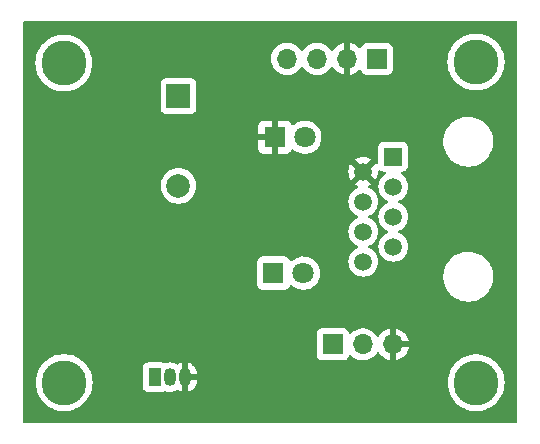
<source format=gbr>
%TF.GenerationSoftware,KiCad,Pcbnew,(6.0.8)*%
%TF.CreationDate,2022-10-29T21:58:50-05:00*%
%TF.ProjectId,SE,53452e6b-6963-4616-945f-706362585858,rev?*%
%TF.SameCoordinates,Original*%
%TF.FileFunction,Copper,L2,Bot*%
%TF.FilePolarity,Positive*%
%FSLAX46Y46*%
G04 Gerber Fmt 4.6, Leading zero omitted, Abs format (unit mm)*
G04 Created by KiCad (PCBNEW (6.0.8)) date 2022-10-29 21:58:50*
%MOMM*%
%LPD*%
G01*
G04 APERTURE LIST*
%TA.AperFunction,ComponentPad*%
%ADD10R,2.000000X2.000000*%
%TD*%
%TA.AperFunction,ComponentPad*%
%ADD11C,2.000000*%
%TD*%
%TA.AperFunction,ComponentPad*%
%ADD12R,1.700000X1.700000*%
%TD*%
%TA.AperFunction,ComponentPad*%
%ADD13O,1.700000X1.700000*%
%TD*%
%TA.AperFunction,ComponentPad*%
%ADD14C,3.800000*%
%TD*%
%TA.AperFunction,ComponentPad*%
%ADD15R,1.800000X1.800000*%
%TD*%
%TA.AperFunction,ComponentPad*%
%ADD16C,1.800000*%
%TD*%
%TA.AperFunction,ComponentPad*%
%ADD17R,1.500000X1.500000*%
%TD*%
%TA.AperFunction,ComponentPad*%
%ADD18C,1.500000*%
%TD*%
%TA.AperFunction,ComponentPad*%
%ADD19R,1.050000X1.500000*%
%TD*%
%TA.AperFunction,ComponentPad*%
%ADD20O,1.050000X1.500000*%
%TD*%
G04 APERTURE END LIST*
D10*
%TO.P,BZ1,1,-*%
%TO.N,+3.3V*%
X50440000Y-41960000D03*
D11*
%TO.P,BZ1,2,+*%
%TO.N,Net-(BZ1-Pad2)*%
X50440000Y-49560000D03*
%TD*%
D12*
%TO.P,J3,1,Pin_1*%
%TO.N,Botones*%
X63505000Y-62980000D03*
D13*
%TO.P,J3,2,Pin_2*%
%TO.N,+3.3V*%
X66045000Y-62980000D03*
%TO.P,J3,3,Pin_3*%
%TO.N,GND*%
X68585000Y-62980000D03*
%TD*%
D14*
%TO.P,REF\u002A\u002A,1*%
%TO.N,N/C*%
X40760000Y-66210000D03*
%TD*%
%TO.P,REF\u002A\u002A,1*%
%TO.N,N/C*%
X40730000Y-39160000D03*
%TD*%
D15*
%TO.P,D1,1,K*%
%TO.N,GND*%
X58595000Y-45440000D03*
D16*
%TO.P,D1,2,A*%
%TO.N,Net-(D1-Pad2)*%
X61135000Y-45440000D03*
%TD*%
D14*
%TO.P,REF\u002A\u002A,1*%
%TO.N,N/C*%
X75630000Y-39070000D03*
%TD*%
D15*
%TO.P,D4,1,K*%
%TO.N,Net-(BZ1-Pad2)*%
X58485000Y-56950000D03*
D16*
%TO.P,D4,2,A*%
%TO.N,Net-(D4-Pad2)*%
X61025000Y-56950000D03*
%TD*%
D14*
%TO.P,REF\u002A\u002A,1*%
%TO.N,N/C*%
X75640000Y-66220000D03*
%TD*%
D17*
%TO.P,J1,1*%
%TO.N,+3.3V*%
X68620000Y-47087500D03*
D18*
%TO.P,J1,2*%
%TO.N,GND*%
X66080000Y-48357500D03*
%TO.P,J1,3*%
%TO.N,SDA*%
X68620000Y-49627500D03*
%TO.P,J1,4*%
%TO.N,SCL*%
X66080000Y-50897500D03*
%TO.P,J1,5*%
%TO.N,Botones*%
X68620000Y-52167500D03*
%TO.P,J1,6*%
%TO.N,Led_Verde*%
X66080000Y-53437500D03*
%TO.P,J1,7*%
%TO.N,Buzzer*%
X68620000Y-54707500D03*
%TO.P,J1,8*%
%TO.N,unconnected-(J1-Pad8)*%
X66080000Y-55977500D03*
%TD*%
D19*
%TO.P,Q4,1,C*%
%TO.N,Net-(BZ1-Pad2)*%
X48440000Y-65770000D03*
D20*
%TO.P,Q4,2,B*%
%TO.N,Net-(Q4-Pad2)*%
X49710000Y-65770000D03*
%TO.P,Q4,3,E*%
%TO.N,GND*%
X50980000Y-65770000D03*
%TD*%
D12*
%TO.P,J2,1,Pin_1*%
%TO.N,+3.3V*%
X67240000Y-38810000D03*
D13*
%TO.P,J2,2,Pin_2*%
%TO.N,GND*%
X64700000Y-38810000D03*
%TO.P,J2,3,Pin_3*%
%TO.N,SCL*%
X62160000Y-38810000D03*
%TO.P,J2,4,Pin_4*%
%TO.N,SDA*%
X59620000Y-38810000D03*
%TD*%
%TA.AperFunction,Conductor*%
%TO.N,GND*%
G36*
X79073621Y-35608502D02*
G01*
X79120114Y-35662158D01*
X79131500Y-35714500D01*
X79131500Y-69545500D01*
X79111498Y-69613621D01*
X79057842Y-69660114D01*
X79005500Y-69671500D01*
X37394500Y-69671500D01*
X37326379Y-69651498D01*
X37279886Y-69597842D01*
X37268500Y-69545500D01*
X37268500Y-66210000D01*
X38346738Y-66210000D01*
X38365767Y-66512462D01*
X38422555Y-66810154D01*
X38423782Y-66813930D01*
X38491583Y-67022598D01*
X38516206Y-67098381D01*
X38517893Y-67101967D01*
X38517895Y-67101971D01*
X38522601Y-67111971D01*
X38645242Y-67372598D01*
X38807630Y-67628480D01*
X38810149Y-67631525D01*
X38810152Y-67631529D01*
X38818425Y-67641529D01*
X39000808Y-67861992D01*
X39221729Y-68069450D01*
X39466910Y-68247584D01*
X39470379Y-68249491D01*
X39470382Y-68249493D01*
X39488572Y-68259493D01*
X39732483Y-68393585D01*
X39736152Y-68395038D01*
X39736157Y-68395040D01*
X40010591Y-68503696D01*
X40014261Y-68505149D01*
X40307800Y-68580516D01*
X40608470Y-68618500D01*
X40911530Y-68618500D01*
X41212200Y-68580516D01*
X41505739Y-68505149D01*
X41509409Y-68503696D01*
X41783843Y-68395040D01*
X41783848Y-68395038D01*
X41787517Y-68393585D01*
X42031428Y-68259493D01*
X42049618Y-68249493D01*
X42049621Y-68249491D01*
X42053090Y-68247584D01*
X42298271Y-68069450D01*
X42519192Y-67861992D01*
X42701575Y-67641529D01*
X42709848Y-67631529D01*
X42709851Y-67631525D01*
X42712370Y-67628480D01*
X42874758Y-67372598D01*
X42997399Y-67111971D01*
X43002105Y-67101971D01*
X43002107Y-67101967D01*
X43003794Y-67098381D01*
X43028418Y-67022598D01*
X43096218Y-66813930D01*
X43097445Y-66810154D01*
X43143613Y-66568134D01*
X47406500Y-66568134D01*
X47413255Y-66630316D01*
X47464385Y-66766705D01*
X47551739Y-66883261D01*
X47668295Y-66970615D01*
X47804684Y-67021745D01*
X47866866Y-67028500D01*
X49013134Y-67028500D01*
X49075316Y-67021745D01*
X49116623Y-67006260D01*
X49203296Y-66973768D01*
X49203299Y-66973766D01*
X49211705Y-66970615D01*
X49218894Y-66965227D01*
X49219137Y-66965094D01*
X49288494Y-66949924D01*
X49316907Y-66955248D01*
X49501180Y-67012290D01*
X49507305Y-67012934D01*
X49507306Y-67012934D01*
X49696622Y-67032832D01*
X49696623Y-67032832D01*
X49702750Y-67033476D01*
X49786014Y-67025898D01*
X49898457Y-67015665D01*
X49898460Y-67015664D01*
X49904596Y-67015106D01*
X49910502Y-67013368D01*
X49910506Y-67013367D01*
X50093120Y-66959620D01*
X50093119Y-66959620D01*
X50099029Y-66957881D01*
X50104486Y-66955028D01*
X50104489Y-66955027D01*
X50273181Y-66866838D01*
X50273185Y-66866835D01*
X50278645Y-66863981D01*
X50278897Y-66863779D01*
X50344912Y-66843799D01*
X50405885Y-66858959D01*
X50572342Y-66948962D01*
X50583647Y-66953714D01*
X50708692Y-66992422D01*
X50722795Y-66992628D01*
X50726000Y-66985873D01*
X50726000Y-66978986D01*
X51234000Y-66978986D01*
X51237973Y-66992517D01*
X51245768Y-66993637D01*
X51362932Y-66959154D01*
X51374300Y-66954561D01*
X51542911Y-66866414D01*
X51553173Y-66859698D01*
X51701443Y-66740485D01*
X51710213Y-66731897D01*
X51832499Y-66586162D01*
X51839437Y-66576031D01*
X51931094Y-66409308D01*
X51935924Y-66398038D01*
X51992400Y-66220000D01*
X73226738Y-66220000D01*
X73245767Y-66522462D01*
X73302555Y-66820154D01*
X73396206Y-67108381D01*
X73525242Y-67382598D01*
X73687630Y-67638480D01*
X73880808Y-67871992D01*
X74101729Y-68079450D01*
X74346910Y-68257584D01*
X74612483Y-68403585D01*
X74616152Y-68405038D01*
X74616157Y-68405040D01*
X74890591Y-68513696D01*
X74894261Y-68515149D01*
X75187800Y-68590516D01*
X75488470Y-68628500D01*
X75791530Y-68628500D01*
X76092200Y-68590516D01*
X76385739Y-68515149D01*
X76389409Y-68513696D01*
X76663843Y-68405040D01*
X76663848Y-68405038D01*
X76667517Y-68403585D01*
X76933090Y-68257584D01*
X77178271Y-68079450D01*
X77399192Y-67871992D01*
X77592370Y-67638480D01*
X77754758Y-67382598D01*
X77883794Y-67108381D01*
X77977445Y-66820154D01*
X78034233Y-66522462D01*
X78053262Y-66220000D01*
X78034233Y-65917538D01*
X77977445Y-65619846D01*
X77883794Y-65331619D01*
X77879089Y-65321619D01*
X77756445Y-65060988D01*
X77754758Y-65057402D01*
X77592370Y-64801520D01*
X77584098Y-64791520D01*
X77505209Y-64696161D01*
X77399192Y-64568008D01*
X77178271Y-64360550D01*
X76933090Y-64182416D01*
X76914901Y-64172416D01*
X76670986Y-64038322D01*
X76670985Y-64038321D01*
X76667517Y-64036415D01*
X76663848Y-64034962D01*
X76663843Y-64034960D01*
X76389409Y-63926304D01*
X76389408Y-63926304D01*
X76385739Y-63924851D01*
X76092200Y-63849484D01*
X75791530Y-63811500D01*
X75488470Y-63811500D01*
X75187800Y-63849484D01*
X74894261Y-63924851D01*
X74890592Y-63926304D01*
X74890591Y-63926304D01*
X74616157Y-64034960D01*
X74616152Y-64034962D01*
X74612483Y-64036415D01*
X74609015Y-64038321D01*
X74609014Y-64038322D01*
X74365100Y-64172416D01*
X74346910Y-64182416D01*
X74101729Y-64360550D01*
X73880808Y-64568008D01*
X73774791Y-64696161D01*
X73695903Y-64791520D01*
X73687630Y-64801520D01*
X73525242Y-65057402D01*
X73523555Y-65060988D01*
X73400912Y-65321619D01*
X73396206Y-65331619D01*
X73302555Y-65619846D01*
X73245767Y-65917538D01*
X73226738Y-66220000D01*
X51992400Y-66220000D01*
X51993452Y-66216685D01*
X51996002Y-66204691D01*
X52012607Y-66056650D01*
X52013000Y-66049626D01*
X52013000Y-66042115D01*
X52008525Y-66026876D01*
X52007135Y-66025671D01*
X51999452Y-66024000D01*
X51252115Y-66024000D01*
X51236876Y-66028475D01*
X51235671Y-66029865D01*
X51234000Y-66037548D01*
X51234000Y-66978986D01*
X50726000Y-66978986D01*
X50726000Y-66216242D01*
X50726785Y-66202197D01*
X50743107Y-66056683D01*
X50743500Y-66053183D01*
X50743500Y-65497885D01*
X51234000Y-65497885D01*
X51238475Y-65513124D01*
X51239865Y-65514329D01*
X51247548Y-65516000D01*
X51994885Y-65516000D01*
X52010124Y-65511525D01*
X52011329Y-65510135D01*
X52013000Y-65502452D01*
X52013000Y-65497110D01*
X52012700Y-65490965D01*
X51998830Y-65349519D01*
X51996447Y-65337481D01*
X51941458Y-65155349D01*
X51936783Y-65144007D01*
X51847465Y-64976023D01*
X51840678Y-64965807D01*
X51720428Y-64818366D01*
X51711784Y-64809662D01*
X51565191Y-64688390D01*
X51555020Y-64681530D01*
X51387658Y-64591038D01*
X51376353Y-64586286D01*
X51251308Y-64547578D01*
X51237205Y-64547372D01*
X51234000Y-64554127D01*
X51234000Y-65497885D01*
X50743500Y-65497885D01*
X50743500Y-65493996D01*
X50728723Y-65343287D01*
X50728032Y-65340998D01*
X50726000Y-65320276D01*
X50726000Y-64561014D01*
X50722027Y-64547483D01*
X50714232Y-64546363D01*
X50597068Y-64580846D01*
X50585700Y-64585439D01*
X50417093Y-64673584D01*
X50414017Y-64675597D01*
X50412178Y-64676154D01*
X50411630Y-64676440D01*
X50411576Y-64676336D01*
X50346064Y-64696161D01*
X50285094Y-64681001D01*
X50253502Y-64663919D01*
X50112435Y-64587644D01*
X49979078Y-64546363D01*
X49924707Y-64529532D01*
X49924704Y-64529531D01*
X49918820Y-64527710D01*
X49912695Y-64527066D01*
X49912694Y-64527066D01*
X49723378Y-64507168D01*
X49723377Y-64507168D01*
X49717250Y-64506524D01*
X49633986Y-64514102D01*
X49521543Y-64524335D01*
X49521540Y-64524336D01*
X49515404Y-64524894D01*
X49509498Y-64526632D01*
X49509494Y-64526633D01*
X49326879Y-64580380D01*
X49326877Y-64580381D01*
X49325493Y-64580788D01*
X49320971Y-64582119D01*
X49320718Y-64581260D01*
X49255338Y-64587714D01*
X49218594Y-64574548D01*
X49211705Y-64569385D01*
X49203304Y-64566236D01*
X49203301Y-64566234D01*
X49091534Y-64524335D01*
X49075316Y-64518255D01*
X49013134Y-64511500D01*
X47866866Y-64511500D01*
X47804684Y-64518255D01*
X47668295Y-64569385D01*
X47551739Y-64656739D01*
X47464385Y-64773295D01*
X47413255Y-64909684D01*
X47406500Y-64971866D01*
X47406500Y-66568134D01*
X43143613Y-66568134D01*
X43154233Y-66512462D01*
X43173262Y-66210000D01*
X43154233Y-65907538D01*
X43097445Y-65609846D01*
X43012859Y-65349519D01*
X43005020Y-65325392D01*
X43005020Y-65325391D01*
X43003794Y-65321619D01*
X42874758Y-65047402D01*
X42712370Y-64791520D01*
X42519192Y-64558008D01*
X42298271Y-64350550D01*
X42053090Y-64172416D01*
X42018088Y-64153173D01*
X41790986Y-64028322D01*
X41790985Y-64028321D01*
X41787517Y-64026415D01*
X41783848Y-64024962D01*
X41783843Y-64024960D01*
X41509409Y-63916304D01*
X41509408Y-63916304D01*
X41505739Y-63914851D01*
X41362734Y-63878134D01*
X62146500Y-63878134D01*
X62153255Y-63940316D01*
X62204385Y-64076705D01*
X62291739Y-64193261D01*
X62408295Y-64280615D01*
X62544684Y-64331745D01*
X62606866Y-64338500D01*
X64403134Y-64338500D01*
X64465316Y-64331745D01*
X64601705Y-64280615D01*
X64718261Y-64193261D01*
X64805615Y-64076705D01*
X64824468Y-64026415D01*
X64849598Y-63959382D01*
X64892240Y-63902618D01*
X64958802Y-63877918D01*
X65028150Y-63893126D01*
X65062817Y-63921114D01*
X65091250Y-63953938D01*
X65263126Y-64096632D01*
X65456000Y-64209338D01*
X65664692Y-64289030D01*
X65669760Y-64290061D01*
X65669763Y-64290062D01*
X65764862Y-64309410D01*
X65883597Y-64333567D01*
X65888772Y-64333757D01*
X65888774Y-64333757D01*
X66101673Y-64341564D01*
X66101677Y-64341564D01*
X66106837Y-64341753D01*
X66111957Y-64341097D01*
X66111959Y-64341097D01*
X66323288Y-64314025D01*
X66323289Y-64314025D01*
X66328416Y-64313368D01*
X66333366Y-64311883D01*
X66537429Y-64250661D01*
X66537434Y-64250659D01*
X66542384Y-64249174D01*
X66742994Y-64150896D01*
X66924860Y-64021173D01*
X67083096Y-63863489D01*
X67099638Y-63840469D01*
X67213453Y-63682077D01*
X67214640Y-63682930D01*
X67261960Y-63639362D01*
X67331897Y-63627145D01*
X67397338Y-63654678D01*
X67425166Y-63686511D01*
X67482694Y-63780388D01*
X67488777Y-63788699D01*
X67628213Y-63949667D01*
X67635580Y-63956883D01*
X67799434Y-64092916D01*
X67807881Y-64098831D01*
X67991756Y-64206279D01*
X68001042Y-64210729D01*
X68200001Y-64286703D01*
X68209899Y-64289579D01*
X68313250Y-64310606D01*
X68327299Y-64309410D01*
X68331000Y-64299065D01*
X68331000Y-64298517D01*
X68839000Y-64298517D01*
X68843064Y-64312359D01*
X68856478Y-64314393D01*
X68863184Y-64313534D01*
X68873262Y-64311392D01*
X69077255Y-64250191D01*
X69086842Y-64246433D01*
X69278095Y-64152739D01*
X69286945Y-64147464D01*
X69460328Y-64023792D01*
X69468200Y-64017139D01*
X69619052Y-63866812D01*
X69625730Y-63858965D01*
X69750003Y-63686020D01*
X69755313Y-63677183D01*
X69849670Y-63486267D01*
X69853469Y-63476672D01*
X69915377Y-63272910D01*
X69917555Y-63262837D01*
X69918986Y-63251962D01*
X69916775Y-63237778D01*
X69903617Y-63234000D01*
X68857115Y-63234000D01*
X68841876Y-63238475D01*
X68840671Y-63239865D01*
X68839000Y-63247548D01*
X68839000Y-64298517D01*
X68331000Y-64298517D01*
X68331000Y-62707885D01*
X68839000Y-62707885D01*
X68843475Y-62723124D01*
X68844865Y-62724329D01*
X68852548Y-62726000D01*
X69903344Y-62726000D01*
X69916875Y-62722027D01*
X69918180Y-62712947D01*
X69876214Y-62545875D01*
X69872894Y-62536124D01*
X69787972Y-62340814D01*
X69783105Y-62331739D01*
X69667426Y-62152926D01*
X69661136Y-62144757D01*
X69517806Y-61987240D01*
X69510273Y-61980215D01*
X69343139Y-61848222D01*
X69334552Y-61842517D01*
X69148117Y-61739599D01*
X69138705Y-61735369D01*
X68937959Y-61664280D01*
X68927988Y-61661646D01*
X68856837Y-61648972D01*
X68843540Y-61650432D01*
X68839000Y-61664989D01*
X68839000Y-62707885D01*
X68331000Y-62707885D01*
X68331000Y-61663102D01*
X68327082Y-61649758D01*
X68312806Y-61647771D01*
X68274324Y-61653660D01*
X68264288Y-61656051D01*
X68061868Y-61722212D01*
X68052359Y-61726209D01*
X67863463Y-61824542D01*
X67854738Y-61830036D01*
X67684433Y-61957905D01*
X67676726Y-61964748D01*
X67529590Y-62118717D01*
X67523109Y-62126722D01*
X67418498Y-62280074D01*
X67363587Y-62325076D01*
X67293062Y-62333247D01*
X67229315Y-62301993D01*
X67208618Y-62277509D01*
X67127822Y-62152617D01*
X67127820Y-62152614D01*
X67125014Y-62148277D01*
X66974670Y-61983051D01*
X66970619Y-61979852D01*
X66970615Y-61979848D01*
X66803414Y-61847800D01*
X66803410Y-61847798D01*
X66799359Y-61844598D01*
X66763028Y-61824542D01*
X66747136Y-61815769D01*
X66603789Y-61736638D01*
X66598920Y-61734914D01*
X66598916Y-61734912D01*
X66398087Y-61663795D01*
X66398083Y-61663794D01*
X66393212Y-61662069D01*
X66388119Y-61661162D01*
X66388116Y-61661161D01*
X66178373Y-61623800D01*
X66178367Y-61623799D01*
X66173284Y-61622894D01*
X66099452Y-61621992D01*
X65955081Y-61620228D01*
X65955079Y-61620228D01*
X65949911Y-61620165D01*
X65729091Y-61653955D01*
X65516756Y-61723357D01*
X65318607Y-61826507D01*
X65314474Y-61829610D01*
X65314471Y-61829612D01*
X65144100Y-61957530D01*
X65139965Y-61960635D01*
X65083537Y-62019684D01*
X65059283Y-62045064D01*
X64997759Y-62080494D01*
X64926846Y-62077037D01*
X64869060Y-62035791D01*
X64850207Y-62002243D01*
X64808767Y-61891703D01*
X64805615Y-61883295D01*
X64718261Y-61766739D01*
X64601705Y-61679385D01*
X64465316Y-61628255D01*
X64403134Y-61621500D01*
X62606866Y-61621500D01*
X62544684Y-61628255D01*
X62408295Y-61679385D01*
X62291739Y-61766739D01*
X62204385Y-61883295D01*
X62153255Y-62019684D01*
X62146500Y-62081866D01*
X62146500Y-63878134D01*
X41362734Y-63878134D01*
X41212200Y-63839484D01*
X40911530Y-63801500D01*
X40608470Y-63801500D01*
X40307800Y-63839484D01*
X40014261Y-63914851D01*
X40010592Y-63916304D01*
X40010591Y-63916304D01*
X39736157Y-64024960D01*
X39736152Y-64024962D01*
X39732483Y-64026415D01*
X39729015Y-64028321D01*
X39729014Y-64028322D01*
X39501913Y-64153173D01*
X39466910Y-64172416D01*
X39221729Y-64350550D01*
X39000808Y-64558008D01*
X38807630Y-64791520D01*
X38645242Y-65047402D01*
X38516206Y-65321619D01*
X38514980Y-65325391D01*
X38514980Y-65325392D01*
X38507141Y-65349519D01*
X38422555Y-65609846D01*
X38365767Y-65907538D01*
X38346738Y-66210000D01*
X37268500Y-66210000D01*
X37268500Y-57898134D01*
X57076500Y-57898134D01*
X57083255Y-57960316D01*
X57134385Y-58096705D01*
X57221739Y-58213261D01*
X57338295Y-58300615D01*
X57474684Y-58351745D01*
X57536866Y-58358500D01*
X59433134Y-58358500D01*
X59495316Y-58351745D01*
X59631705Y-58300615D01*
X59748261Y-58213261D01*
X59835615Y-58096705D01*
X59860180Y-58031178D01*
X59902822Y-57974414D01*
X59969383Y-57949714D01*
X60038732Y-57964921D01*
X60058647Y-57978464D01*
X60123724Y-58032492D01*
X60214349Y-58107730D01*
X60414322Y-58224584D01*
X60630694Y-58307209D01*
X60635760Y-58308240D01*
X60635761Y-58308240D01*
X60688846Y-58319040D01*
X60857656Y-58353385D01*
X60987089Y-58358131D01*
X61083949Y-58361683D01*
X61083953Y-58361683D01*
X61089113Y-58361872D01*
X61094233Y-58361216D01*
X61094235Y-58361216D01*
X61168166Y-58351745D01*
X61318847Y-58332442D01*
X61323795Y-58330957D01*
X61323802Y-58330956D01*
X61535747Y-58267369D01*
X61540690Y-58265886D01*
X61545324Y-58263616D01*
X61744049Y-58166262D01*
X61744052Y-58166260D01*
X61748684Y-58163991D01*
X61937243Y-58029494D01*
X62101303Y-57866005D01*
X62236458Y-57677917D01*
X62242727Y-57665234D01*
X62336784Y-57474922D01*
X62336785Y-57474920D01*
X62339078Y-57470280D01*
X62366446Y-57380203D01*
X72860743Y-57380203D01*
X72898268Y-57665234D01*
X72899401Y-57669374D01*
X72899401Y-57669376D01*
X72901738Y-57677917D01*
X72974129Y-57942536D01*
X73086923Y-58206976D01*
X73139741Y-58295229D01*
X73173566Y-58351745D01*
X73234561Y-58453661D01*
X73414313Y-58678028D01*
X73622851Y-58875923D01*
X73856317Y-59043686D01*
X73860112Y-59045695D01*
X73860113Y-59045696D01*
X73881869Y-59057215D01*
X74110392Y-59178212D01*
X74380373Y-59277011D01*
X74661264Y-59338255D01*
X74689841Y-59340504D01*
X74884282Y-59355807D01*
X74884291Y-59355807D01*
X74886739Y-59356000D01*
X75042271Y-59356000D01*
X75044407Y-59355854D01*
X75044418Y-59355854D01*
X75252548Y-59341665D01*
X75252554Y-59341664D01*
X75256825Y-59341373D01*
X75261020Y-59340504D01*
X75261022Y-59340504D01*
X75397583Y-59312224D01*
X75538342Y-59283074D01*
X75809343Y-59187107D01*
X76064812Y-59055250D01*
X76068313Y-59052789D01*
X76068317Y-59052787D01*
X76182417Y-58972596D01*
X76300023Y-58889941D01*
X76510622Y-58694240D01*
X76692713Y-58471768D01*
X76842927Y-58226642D01*
X76896577Y-58104425D01*
X76956757Y-57967330D01*
X76958483Y-57963398D01*
X77037244Y-57686906D01*
X77077751Y-57402284D01*
X77077845Y-57384451D01*
X77079235Y-57119083D01*
X77079235Y-57119076D01*
X77079257Y-57114797D01*
X77066651Y-57019041D01*
X77057351Y-56948408D01*
X77041732Y-56829766D01*
X76965871Y-56552464D01*
X76853077Y-56288024D01*
X76778527Y-56163460D01*
X76707643Y-56045021D01*
X76707640Y-56045017D01*
X76705439Y-56041339D01*
X76525687Y-55816972D01*
X76376342Y-55675249D01*
X76320258Y-55622027D01*
X76320255Y-55622025D01*
X76317149Y-55619077D01*
X76083683Y-55451314D01*
X76061843Y-55439750D01*
X76038654Y-55427472D01*
X75829608Y-55316788D01*
X75559627Y-55217989D01*
X75278736Y-55156745D01*
X75247685Y-55154301D01*
X75055718Y-55139193D01*
X75055709Y-55139193D01*
X75053261Y-55139000D01*
X74897729Y-55139000D01*
X74895593Y-55139146D01*
X74895582Y-55139146D01*
X74687452Y-55153335D01*
X74687446Y-55153336D01*
X74683175Y-55153627D01*
X74678980Y-55154496D01*
X74678978Y-55154496D01*
X74542417Y-55182776D01*
X74401658Y-55211926D01*
X74130657Y-55307893D01*
X73875188Y-55439750D01*
X73871687Y-55442211D01*
X73871683Y-55442213D01*
X73861594Y-55449304D01*
X73639977Y-55605059D01*
X73594729Y-55647106D01*
X73459456Y-55772810D01*
X73429378Y-55800760D01*
X73247287Y-56023232D01*
X73097073Y-56268358D01*
X72981517Y-56531602D01*
X72980342Y-56535729D01*
X72980341Y-56535730D01*
X72942136Y-56669848D01*
X72902756Y-56808094D01*
X72882787Y-56948408D01*
X72864930Y-57073881D01*
X72862249Y-57092716D01*
X72862227Y-57097005D01*
X72862226Y-57097012D01*
X72861432Y-57248671D01*
X72860743Y-57380203D01*
X62366446Y-57380203D01*
X62406408Y-57248671D01*
X62436640Y-57019041D01*
X62438327Y-56950000D01*
X62428442Y-56829766D01*
X62419773Y-56724318D01*
X62419772Y-56724312D01*
X62419349Y-56719167D01*
X62372236Y-56531602D01*
X62364184Y-56499544D01*
X62364183Y-56499540D01*
X62362925Y-56494533D01*
X62325985Y-56409576D01*
X62272630Y-56286868D01*
X62272628Y-56286865D01*
X62270570Y-56282131D01*
X62144764Y-56087665D01*
X62044522Y-55977500D01*
X64816693Y-55977500D01*
X64835885Y-56196871D01*
X64892880Y-56409576D01*
X64895205Y-56414561D01*
X64983618Y-56604166D01*
X64983621Y-56604171D01*
X64985944Y-56609153D01*
X64989100Y-56613660D01*
X64989101Y-56613662D01*
X65062977Y-56719167D01*
X65112251Y-56789538D01*
X65267962Y-56945249D01*
X65272471Y-56948406D01*
X65272473Y-56948408D01*
X65347241Y-57000761D01*
X65448346Y-57071556D01*
X65647924Y-57164620D01*
X65860629Y-57221615D01*
X66080000Y-57240807D01*
X66299371Y-57221615D01*
X66512076Y-57164620D01*
X66711654Y-57071556D01*
X66812759Y-57000761D01*
X66887527Y-56948408D01*
X66887529Y-56948406D01*
X66892038Y-56945249D01*
X67047749Y-56789538D01*
X67097024Y-56719167D01*
X67170899Y-56613662D01*
X67170900Y-56613660D01*
X67174056Y-56609153D01*
X67176379Y-56604171D01*
X67176382Y-56604166D01*
X67264795Y-56414561D01*
X67267120Y-56409576D01*
X67324115Y-56196871D01*
X67343307Y-55977500D01*
X67324115Y-55758129D01*
X67267120Y-55545424D01*
X67216927Y-55437785D01*
X67176382Y-55350834D01*
X67176379Y-55350829D01*
X67174056Y-55345847D01*
X67148857Y-55309859D01*
X67050908Y-55169973D01*
X67050906Y-55169970D01*
X67047749Y-55165462D01*
X66892038Y-55009751D01*
X66711654Y-54883444D01*
X66706672Y-54881121D01*
X66706667Y-54881118D01*
X66579232Y-54821695D01*
X66525947Y-54774778D01*
X66506486Y-54706501D01*
X66527028Y-54638541D01*
X66579232Y-54593305D01*
X66706667Y-54533882D01*
X66706672Y-54533879D01*
X66711654Y-54531556D01*
X66892038Y-54405249D01*
X67047749Y-54249538D01*
X67174056Y-54069153D01*
X67176379Y-54064171D01*
X67176382Y-54064166D01*
X67223585Y-53962938D01*
X67267120Y-53869576D01*
X67324115Y-53656871D01*
X67343307Y-53437500D01*
X67324115Y-53218129D01*
X67267120Y-53005424D01*
X67223585Y-52912062D01*
X67176382Y-52810834D01*
X67176379Y-52810829D01*
X67174056Y-52805847D01*
X67047749Y-52625462D01*
X66892038Y-52469751D01*
X66711654Y-52343444D01*
X66706672Y-52341121D01*
X66706667Y-52341118D01*
X66579232Y-52281695D01*
X66525947Y-52234778D01*
X66506486Y-52166501D01*
X66527028Y-52098541D01*
X66579232Y-52053305D01*
X66706667Y-51993882D01*
X66706672Y-51993879D01*
X66711654Y-51991556D01*
X66892038Y-51865249D01*
X67047749Y-51709538D01*
X67174056Y-51529153D01*
X67176379Y-51524171D01*
X67176382Y-51524166D01*
X67223585Y-51422938D01*
X67267120Y-51329576D01*
X67324115Y-51116871D01*
X67343307Y-50897500D01*
X67324115Y-50678129D01*
X67267120Y-50465424D01*
X67223585Y-50372062D01*
X67176382Y-50270834D01*
X67176379Y-50270829D01*
X67174056Y-50265847D01*
X67163788Y-50251183D01*
X67050908Y-50089973D01*
X67050906Y-50089970D01*
X67047749Y-50085462D01*
X66892038Y-49929751D01*
X66711654Y-49803444D01*
X66706672Y-49801121D01*
X66706667Y-49801118D01*
X66578641Y-49741419D01*
X66525356Y-49694502D01*
X66505895Y-49626224D01*
X66526437Y-49558264D01*
X66578641Y-49513029D01*
X66706416Y-49453447D01*
X66715912Y-49447964D01*
X66757148Y-49419090D01*
X66765523Y-49408612D01*
X66758457Y-49395168D01*
X66092811Y-48729521D01*
X66078868Y-48721908D01*
X66077034Y-48722039D01*
X66070420Y-48726290D01*
X65400820Y-49395891D01*
X65394393Y-49407661D01*
X65403687Y-49419675D01*
X65444088Y-49447964D01*
X65453584Y-49453447D01*
X65581359Y-49513029D01*
X65634644Y-49559946D01*
X65654105Y-49628224D01*
X65633563Y-49696184D01*
X65581359Y-49741419D01*
X65453334Y-49801118D01*
X65453329Y-49801121D01*
X65448347Y-49803444D01*
X65443840Y-49806600D01*
X65443838Y-49806601D01*
X65272473Y-49926592D01*
X65272470Y-49926594D01*
X65267962Y-49929751D01*
X65112251Y-50085462D01*
X65109094Y-50089970D01*
X65109092Y-50089973D01*
X64996212Y-50251183D01*
X64985944Y-50265847D01*
X64983621Y-50270829D01*
X64983618Y-50270834D01*
X64936415Y-50372062D01*
X64892880Y-50465424D01*
X64835885Y-50678129D01*
X64816693Y-50897500D01*
X64835885Y-51116871D01*
X64892880Y-51329576D01*
X64936415Y-51422938D01*
X64983618Y-51524166D01*
X64983621Y-51524171D01*
X64985944Y-51529153D01*
X65112251Y-51709538D01*
X65267962Y-51865249D01*
X65448346Y-51991556D01*
X65453328Y-51993879D01*
X65453333Y-51993882D01*
X65580768Y-52053305D01*
X65634053Y-52100222D01*
X65653514Y-52168499D01*
X65632972Y-52236459D01*
X65580768Y-52281695D01*
X65453334Y-52341118D01*
X65453329Y-52341121D01*
X65448347Y-52343444D01*
X65443840Y-52346600D01*
X65443838Y-52346601D01*
X65272473Y-52466592D01*
X65272470Y-52466594D01*
X65267962Y-52469751D01*
X65112251Y-52625462D01*
X64985944Y-52805847D01*
X64983621Y-52810829D01*
X64983618Y-52810834D01*
X64936415Y-52912062D01*
X64892880Y-53005424D01*
X64835885Y-53218129D01*
X64816693Y-53437500D01*
X64835885Y-53656871D01*
X64892880Y-53869576D01*
X64936415Y-53962938D01*
X64983618Y-54064166D01*
X64983621Y-54064171D01*
X64985944Y-54069153D01*
X65112251Y-54249538D01*
X65267962Y-54405249D01*
X65448346Y-54531556D01*
X65453328Y-54533879D01*
X65453333Y-54533882D01*
X65580768Y-54593305D01*
X65634053Y-54640222D01*
X65653514Y-54708499D01*
X65632972Y-54776459D01*
X65580768Y-54821695D01*
X65453334Y-54881118D01*
X65453329Y-54881121D01*
X65448347Y-54883444D01*
X65443840Y-54886600D01*
X65443838Y-54886601D01*
X65272473Y-55006592D01*
X65272470Y-55006594D01*
X65267962Y-55009751D01*
X65112251Y-55165462D01*
X65109094Y-55169970D01*
X65109092Y-55169973D01*
X65011143Y-55309859D01*
X64985944Y-55345847D01*
X64983621Y-55350829D01*
X64983618Y-55350834D01*
X64943073Y-55437785D01*
X64892880Y-55545424D01*
X64835885Y-55758129D01*
X64816693Y-55977500D01*
X62044522Y-55977500D01*
X61988887Y-55916358D01*
X61984836Y-55913159D01*
X61984832Y-55913155D01*
X61811177Y-55776011D01*
X61811172Y-55776008D01*
X61807123Y-55772810D01*
X61802607Y-55770317D01*
X61802604Y-55770315D01*
X61608879Y-55663373D01*
X61608875Y-55663371D01*
X61604355Y-55660876D01*
X61599486Y-55659152D01*
X61599482Y-55659150D01*
X61390903Y-55585288D01*
X61390899Y-55585287D01*
X61386028Y-55583562D01*
X61380935Y-55582655D01*
X61380932Y-55582654D01*
X61163095Y-55543851D01*
X61163089Y-55543850D01*
X61158006Y-55542945D01*
X61085096Y-55542054D01*
X60931581Y-55540179D01*
X60931579Y-55540179D01*
X60926411Y-55540116D01*
X60697464Y-55575150D01*
X60477314Y-55647106D01*
X60472726Y-55649494D01*
X60472722Y-55649496D01*
X60276461Y-55751663D01*
X60271872Y-55754052D01*
X60267739Y-55757155D01*
X60267736Y-55757157D01*
X60183619Y-55820314D01*
X60086655Y-55893117D01*
X60069170Y-55911414D01*
X60007646Y-55946844D01*
X59936733Y-55943387D01*
X59878947Y-55902141D01*
X59860094Y-55868592D01*
X59838768Y-55811705D01*
X59838767Y-55811703D01*
X59835615Y-55803295D01*
X59748261Y-55686739D01*
X59631705Y-55599385D01*
X59495316Y-55548255D01*
X59433134Y-55541500D01*
X57536866Y-55541500D01*
X57474684Y-55548255D01*
X57338295Y-55599385D01*
X57221739Y-55686739D01*
X57134385Y-55803295D01*
X57083255Y-55939684D01*
X57076500Y-56001866D01*
X57076500Y-57898134D01*
X37268500Y-57898134D01*
X37268500Y-49560000D01*
X48926835Y-49560000D01*
X48945465Y-49796711D01*
X49000895Y-50027594D01*
X49002788Y-50032165D01*
X49002789Y-50032167D01*
X49024865Y-50085462D01*
X49091760Y-50246963D01*
X49094346Y-50251183D01*
X49213241Y-50445202D01*
X49213245Y-50445208D01*
X49215824Y-50449416D01*
X49370031Y-50629969D01*
X49550584Y-50784176D01*
X49554792Y-50786755D01*
X49554798Y-50786759D01*
X49733881Y-50896501D01*
X49753037Y-50908240D01*
X49757607Y-50910133D01*
X49757611Y-50910135D01*
X49967833Y-50997211D01*
X49972406Y-50999105D01*
X50052609Y-51018360D01*
X50198476Y-51053380D01*
X50198482Y-51053381D01*
X50203289Y-51054535D01*
X50440000Y-51073165D01*
X50676711Y-51054535D01*
X50681518Y-51053381D01*
X50681524Y-51053380D01*
X50827391Y-51018360D01*
X50907594Y-50999105D01*
X50912167Y-50997211D01*
X51122389Y-50910135D01*
X51122393Y-50910133D01*
X51126963Y-50908240D01*
X51146119Y-50896501D01*
X51325202Y-50786759D01*
X51325208Y-50786755D01*
X51329416Y-50784176D01*
X51509969Y-50629969D01*
X51664176Y-50449416D01*
X51666755Y-50445208D01*
X51666759Y-50445202D01*
X51785654Y-50251183D01*
X51788240Y-50246963D01*
X51855136Y-50085462D01*
X51877211Y-50032167D01*
X51877212Y-50032165D01*
X51879105Y-50027594D01*
X51934535Y-49796711D01*
X51953165Y-49560000D01*
X51934535Y-49323289D01*
X51905113Y-49200735D01*
X51880260Y-49097218D01*
X51879105Y-49092406D01*
X51856023Y-49036680D01*
X51790135Y-48877611D01*
X51790133Y-48877607D01*
X51788240Y-48873037D01*
X51695628Y-48721908D01*
X51666759Y-48674798D01*
X51666755Y-48674792D01*
X51664176Y-48670584D01*
X51509969Y-48490031D01*
X51361206Y-48362975D01*
X64817674Y-48362975D01*
X64835901Y-48571304D01*
X64837804Y-48582099D01*
X64891928Y-48784095D01*
X64895674Y-48794387D01*
X64984054Y-48983917D01*
X64989534Y-48993407D01*
X65018411Y-49034649D01*
X65028887Y-49043023D01*
X65042334Y-49035955D01*
X65707979Y-48370311D01*
X65714356Y-48358632D01*
X66444408Y-48358632D01*
X66444539Y-48360466D01*
X66448790Y-48367080D01*
X67118391Y-49036680D01*
X67130161Y-49043107D01*
X67142176Y-49033811D01*
X67170466Y-48993407D01*
X67175946Y-48983917D01*
X67264326Y-48794387D01*
X67268072Y-48784095D01*
X67322196Y-48582099D01*
X67324099Y-48571304D01*
X67342326Y-48362975D01*
X67342326Y-48352015D01*
X67341206Y-48339215D01*
X67355194Y-48269610D01*
X67404593Y-48218617D01*
X67473718Y-48202426D01*
X67542291Y-48227406D01*
X67598604Y-48269610D01*
X67623295Y-48288115D01*
X67759684Y-48339245D01*
X67821866Y-48346000D01*
X67856424Y-48346000D01*
X67924545Y-48366002D01*
X67971038Y-48419658D01*
X67981142Y-48489932D01*
X67951648Y-48554512D01*
X67928696Y-48575212D01*
X67887481Y-48604071D01*
X67812473Y-48656592D01*
X67812470Y-48656594D01*
X67807962Y-48659751D01*
X67652251Y-48815462D01*
X67649094Y-48819970D01*
X67649092Y-48819973D01*
X67534297Y-48983917D01*
X67525944Y-48995847D01*
X67523621Y-49000829D01*
X67523618Y-49000834D01*
X67503906Y-49043107D01*
X67432880Y-49195424D01*
X67375885Y-49408129D01*
X67356693Y-49627500D01*
X67375885Y-49846871D01*
X67432880Y-50059576D01*
X67476415Y-50152938D01*
X67523618Y-50254166D01*
X67523621Y-50254171D01*
X67525944Y-50259153D01*
X67652251Y-50439538D01*
X67807962Y-50595249D01*
X67988346Y-50721556D01*
X67993328Y-50723879D01*
X67993333Y-50723882D01*
X68120768Y-50783305D01*
X68174053Y-50830222D01*
X68193514Y-50898499D01*
X68172972Y-50966459D01*
X68120768Y-51011695D01*
X67993334Y-51071118D01*
X67993329Y-51071121D01*
X67988347Y-51073444D01*
X67983840Y-51076600D01*
X67983838Y-51076601D01*
X67812473Y-51196592D01*
X67812470Y-51196594D01*
X67807962Y-51199751D01*
X67652251Y-51355462D01*
X67525944Y-51535847D01*
X67523621Y-51540829D01*
X67523618Y-51540834D01*
X67476415Y-51642062D01*
X67432880Y-51735424D01*
X67375885Y-51948129D01*
X67356693Y-52167500D01*
X67375885Y-52386871D01*
X67432880Y-52599576D01*
X67476415Y-52692938D01*
X67523618Y-52794166D01*
X67523621Y-52794171D01*
X67525944Y-52799153D01*
X67652251Y-52979538D01*
X67807962Y-53135249D01*
X67988346Y-53261556D01*
X67993328Y-53263879D01*
X67993333Y-53263882D01*
X68120768Y-53323305D01*
X68174053Y-53370222D01*
X68193514Y-53438499D01*
X68172972Y-53506459D01*
X68120768Y-53551695D01*
X67993334Y-53611118D01*
X67993329Y-53611121D01*
X67988347Y-53613444D01*
X67983840Y-53616600D01*
X67983838Y-53616601D01*
X67812473Y-53736592D01*
X67812470Y-53736594D01*
X67807962Y-53739751D01*
X67652251Y-53895462D01*
X67525944Y-54075847D01*
X67523621Y-54080829D01*
X67523618Y-54080834D01*
X67476415Y-54182062D01*
X67432880Y-54275424D01*
X67375885Y-54488129D01*
X67356693Y-54707500D01*
X67375885Y-54926871D01*
X67432880Y-55139576D01*
X67470132Y-55219464D01*
X67523618Y-55334166D01*
X67523621Y-55334171D01*
X67525944Y-55339153D01*
X67529100Y-55343660D01*
X67529101Y-55343662D01*
X67603073Y-55449304D01*
X67652251Y-55519538D01*
X67807962Y-55675249D01*
X67812471Y-55678406D01*
X67812473Y-55678408D01*
X67824371Y-55686739D01*
X67988346Y-55801556D01*
X68187924Y-55894620D01*
X68400629Y-55951615D01*
X68620000Y-55970807D01*
X68839371Y-55951615D01*
X69052076Y-55894620D01*
X69251654Y-55801556D01*
X69415629Y-55686739D01*
X69427527Y-55678408D01*
X69427529Y-55678406D01*
X69432038Y-55675249D01*
X69587749Y-55519538D01*
X69636928Y-55449304D01*
X69710899Y-55343662D01*
X69710900Y-55343660D01*
X69714056Y-55339153D01*
X69716379Y-55334171D01*
X69716382Y-55334166D01*
X69769868Y-55219464D01*
X69807120Y-55139576D01*
X69864115Y-54926871D01*
X69883307Y-54707500D01*
X69864115Y-54488129D01*
X69807120Y-54275424D01*
X69763585Y-54182062D01*
X69716382Y-54080834D01*
X69716379Y-54080829D01*
X69714056Y-54075847D01*
X69587749Y-53895462D01*
X69432038Y-53739751D01*
X69251654Y-53613444D01*
X69246672Y-53611121D01*
X69246667Y-53611118D01*
X69119232Y-53551695D01*
X69065947Y-53504778D01*
X69046486Y-53436501D01*
X69067028Y-53368541D01*
X69119232Y-53323305D01*
X69246667Y-53263882D01*
X69246672Y-53263879D01*
X69251654Y-53261556D01*
X69432038Y-53135249D01*
X69587749Y-52979538D01*
X69714056Y-52799153D01*
X69716379Y-52794171D01*
X69716382Y-52794166D01*
X69763585Y-52692938D01*
X69807120Y-52599576D01*
X69864115Y-52386871D01*
X69883307Y-52167500D01*
X69864115Y-51948129D01*
X69807120Y-51735424D01*
X69763585Y-51642062D01*
X69716382Y-51540834D01*
X69716379Y-51540829D01*
X69714056Y-51535847D01*
X69587749Y-51355462D01*
X69432038Y-51199751D01*
X69251654Y-51073444D01*
X69246672Y-51071121D01*
X69246667Y-51071118D01*
X69119232Y-51011695D01*
X69065947Y-50964778D01*
X69046486Y-50896501D01*
X69067028Y-50828541D01*
X69119232Y-50783305D01*
X69246667Y-50723882D01*
X69246672Y-50723879D01*
X69251654Y-50721556D01*
X69432038Y-50595249D01*
X69587749Y-50439538D01*
X69714056Y-50259153D01*
X69716379Y-50254171D01*
X69716382Y-50254166D01*
X69763585Y-50152938D01*
X69807120Y-50059576D01*
X69864115Y-49846871D01*
X69883307Y-49627500D01*
X69864115Y-49408129D01*
X69807120Y-49195424D01*
X69736094Y-49043107D01*
X69716382Y-49000834D01*
X69716379Y-49000829D01*
X69714056Y-48995847D01*
X69705703Y-48983917D01*
X69590908Y-48819973D01*
X69590906Y-48819970D01*
X69587749Y-48815462D01*
X69432038Y-48659751D01*
X69311306Y-48575213D01*
X69266978Y-48519756D01*
X69259669Y-48449136D01*
X69291700Y-48385776D01*
X69352901Y-48349791D01*
X69383577Y-48346000D01*
X69418134Y-48346000D01*
X69480316Y-48339245D01*
X69616705Y-48288115D01*
X69733261Y-48200761D01*
X69820615Y-48084205D01*
X69871745Y-47947816D01*
X69878500Y-47885634D01*
X69878500Y-46289366D01*
X69871745Y-46227184D01*
X69820615Y-46090795D01*
X69733261Y-45974239D01*
X69701190Y-45950203D01*
X72860743Y-45950203D01*
X72861302Y-45954447D01*
X72861302Y-45954451D01*
X72877467Y-46077237D01*
X72898268Y-46235234D01*
X72974129Y-46512536D01*
X72975813Y-46516484D01*
X73057624Y-46708285D01*
X73086923Y-46776976D01*
X73234561Y-47023661D01*
X73414313Y-47248028D01*
X73622851Y-47445923D01*
X73856317Y-47613686D01*
X73860112Y-47615695D01*
X73860113Y-47615696D01*
X73881869Y-47627215D01*
X74110392Y-47748212D01*
X74380373Y-47847011D01*
X74661264Y-47908255D01*
X74689841Y-47910504D01*
X74884282Y-47925807D01*
X74884291Y-47925807D01*
X74886739Y-47926000D01*
X75042271Y-47926000D01*
X75044407Y-47925854D01*
X75044418Y-47925854D01*
X75252548Y-47911665D01*
X75252554Y-47911664D01*
X75256825Y-47911373D01*
X75261020Y-47910504D01*
X75261022Y-47910504D01*
X75397615Y-47882217D01*
X75538342Y-47853074D01*
X75809343Y-47757107D01*
X75960586Y-47679045D01*
X76061005Y-47627215D01*
X76061006Y-47627215D01*
X76064812Y-47625250D01*
X76068313Y-47622789D01*
X76068317Y-47622787D01*
X76182418Y-47542595D01*
X76300023Y-47459941D01*
X76510622Y-47264240D01*
X76692713Y-47041768D01*
X76842927Y-46796642D01*
X76848132Y-46784786D01*
X76956757Y-46537330D01*
X76958483Y-46533398D01*
X77037244Y-46256906D01*
X77077751Y-45972284D01*
X77077845Y-45954451D01*
X77079235Y-45689083D01*
X77079235Y-45689076D01*
X77079257Y-45684797D01*
X77041732Y-45399766D01*
X76965871Y-45122464D01*
X76955295Y-45097670D01*
X76854763Y-44861976D01*
X76854761Y-44861972D01*
X76853077Y-44858024D01*
X76705439Y-44611339D01*
X76525687Y-44386972D01*
X76317149Y-44189077D01*
X76099068Y-44032369D01*
X76087172Y-44023821D01*
X76087171Y-44023820D01*
X76083683Y-44021314D01*
X76061843Y-44009750D01*
X76038654Y-43997472D01*
X75829608Y-43886788D01*
X75559627Y-43787989D01*
X75278736Y-43726745D01*
X75247685Y-43724301D01*
X75055718Y-43709193D01*
X75055709Y-43709193D01*
X75053261Y-43709000D01*
X74897729Y-43709000D01*
X74895593Y-43709146D01*
X74895582Y-43709146D01*
X74687452Y-43723335D01*
X74687446Y-43723336D01*
X74683175Y-43723627D01*
X74678980Y-43724496D01*
X74678978Y-43724496D01*
X74542417Y-43752776D01*
X74401658Y-43781926D01*
X74130657Y-43877893D01*
X73875188Y-44009750D01*
X73871687Y-44012211D01*
X73871683Y-44012213D01*
X73817753Y-44050116D01*
X73639977Y-44175059D01*
X73624892Y-44189077D01*
X73442040Y-44358994D01*
X73429378Y-44370760D01*
X73247287Y-44593232D01*
X73097073Y-44838358D01*
X72981517Y-45101602D01*
X72980342Y-45105729D01*
X72980341Y-45105730D01*
X72952304Y-45204156D01*
X72902756Y-45378094D01*
X72862249Y-45662716D01*
X72862227Y-45667005D01*
X72862226Y-45667012D01*
X72861046Y-45892271D01*
X72860743Y-45950203D01*
X69701190Y-45950203D01*
X69616705Y-45886885D01*
X69480316Y-45835755D01*
X69418134Y-45829000D01*
X67821866Y-45829000D01*
X67759684Y-45835755D01*
X67623295Y-45886885D01*
X67506739Y-45974239D01*
X67419385Y-46090795D01*
X67368255Y-46227184D01*
X67361500Y-46289366D01*
X67361500Y-47594794D01*
X67341498Y-47662915D01*
X67287842Y-47709408D01*
X67217568Y-47719512D01*
X67155968Y-47691379D01*
X67155741Y-47691663D01*
X67154610Y-47690759D01*
X67152988Y-47690018D01*
X67151192Y-47688027D01*
X67131113Y-47671977D01*
X67117666Y-47679045D01*
X66452021Y-48344689D01*
X66444408Y-48358632D01*
X65714356Y-48358632D01*
X65715592Y-48356368D01*
X65715461Y-48354534D01*
X65711210Y-48347920D01*
X65041609Y-47678320D01*
X65029839Y-47671893D01*
X65017824Y-47681189D01*
X64989534Y-47721593D01*
X64984054Y-47731083D01*
X64895674Y-47920613D01*
X64891928Y-47930905D01*
X64837804Y-48132901D01*
X64835901Y-48143696D01*
X64817674Y-48352025D01*
X64817674Y-48362975D01*
X51361206Y-48362975D01*
X51329416Y-48335824D01*
X51325208Y-48333245D01*
X51325202Y-48333241D01*
X51131183Y-48214346D01*
X51126963Y-48211760D01*
X51122393Y-48209867D01*
X51122389Y-48209865D01*
X50912167Y-48122789D01*
X50912165Y-48122788D01*
X50907594Y-48120895D01*
X50784701Y-48091391D01*
X50681524Y-48066620D01*
X50681518Y-48066619D01*
X50676711Y-48065465D01*
X50440000Y-48046835D01*
X50203289Y-48065465D01*
X50198482Y-48066619D01*
X50198476Y-48066620D01*
X50095299Y-48091391D01*
X49972406Y-48120895D01*
X49967835Y-48122788D01*
X49967833Y-48122789D01*
X49757611Y-48209865D01*
X49757607Y-48209867D01*
X49753037Y-48211760D01*
X49748817Y-48214346D01*
X49554798Y-48333241D01*
X49554792Y-48333245D01*
X49550584Y-48335824D01*
X49370031Y-48490031D01*
X49215824Y-48670584D01*
X49213245Y-48674792D01*
X49213241Y-48674798D01*
X49184372Y-48721908D01*
X49091760Y-48873037D01*
X49089867Y-48877607D01*
X49089865Y-48877611D01*
X49023977Y-49036680D01*
X49000895Y-49092406D01*
X48999740Y-49097218D01*
X48974888Y-49200735D01*
X48945465Y-49323289D01*
X48926835Y-49560000D01*
X37268500Y-49560000D01*
X37268500Y-47306387D01*
X65394477Y-47306387D01*
X65401545Y-47319834D01*
X66067189Y-47985479D01*
X66081132Y-47993092D01*
X66082966Y-47992961D01*
X66089580Y-47988710D01*
X66759180Y-47319109D01*
X66765607Y-47307339D01*
X66756313Y-47295325D01*
X66715912Y-47267036D01*
X66706416Y-47261553D01*
X66516887Y-47173174D01*
X66506595Y-47169428D01*
X66304599Y-47115304D01*
X66293804Y-47113401D01*
X66085475Y-47095174D01*
X66074525Y-47095174D01*
X65866196Y-47113401D01*
X65855401Y-47115304D01*
X65653405Y-47169428D01*
X65643113Y-47173174D01*
X65453583Y-47261554D01*
X65444093Y-47267034D01*
X65402851Y-47295911D01*
X65394477Y-47306387D01*
X37268500Y-47306387D01*
X37268500Y-46384669D01*
X57187001Y-46384669D01*
X57187371Y-46391490D01*
X57192895Y-46442352D01*
X57196521Y-46457604D01*
X57241676Y-46578054D01*
X57250214Y-46593649D01*
X57326715Y-46695724D01*
X57339276Y-46708285D01*
X57441351Y-46784786D01*
X57456946Y-46793324D01*
X57577394Y-46838478D01*
X57592649Y-46842105D01*
X57643514Y-46847631D01*
X57650328Y-46848000D01*
X58322885Y-46848000D01*
X58338124Y-46843525D01*
X58339329Y-46842135D01*
X58341000Y-46834452D01*
X58341000Y-46829884D01*
X58849000Y-46829884D01*
X58853475Y-46845123D01*
X58854865Y-46846328D01*
X58862548Y-46847999D01*
X59539669Y-46847999D01*
X59546490Y-46847629D01*
X59597352Y-46842105D01*
X59612604Y-46838479D01*
X59733054Y-46793324D01*
X59748649Y-46784786D01*
X59850724Y-46708285D01*
X59863285Y-46695724D01*
X59939786Y-46593649D01*
X59948324Y-46578054D01*
X59969773Y-46520840D01*
X60012415Y-46464075D01*
X60078977Y-46439376D01*
X60148325Y-46454584D01*
X60168240Y-46468126D01*
X60324349Y-46597730D01*
X60524322Y-46714584D01*
X60740694Y-46797209D01*
X60745760Y-46798240D01*
X60745761Y-46798240D01*
X60798846Y-46809040D01*
X60967656Y-46843385D01*
X61098324Y-46848176D01*
X61193949Y-46851683D01*
X61193953Y-46851683D01*
X61199113Y-46851872D01*
X61204233Y-46851216D01*
X61204235Y-46851216D01*
X61303668Y-46838478D01*
X61428847Y-46822442D01*
X61433795Y-46820957D01*
X61433802Y-46820956D01*
X61645747Y-46757369D01*
X61650690Y-46755886D01*
X61731236Y-46716427D01*
X61854049Y-46656262D01*
X61854052Y-46656260D01*
X61858684Y-46653991D01*
X62047243Y-46519494D01*
X62211303Y-46356005D01*
X62346458Y-46167917D01*
X62380419Y-46099203D01*
X62446784Y-45964922D01*
X62446785Y-45964920D01*
X62449078Y-45960280D01*
X62516408Y-45738671D01*
X62546640Y-45509041D01*
X62548327Y-45440000D01*
X62542032Y-45363434D01*
X62529773Y-45214318D01*
X62529772Y-45214312D01*
X62529349Y-45209167D01*
X62472925Y-44984533D01*
X62419636Y-44861976D01*
X62382630Y-44776868D01*
X62382628Y-44776865D01*
X62380570Y-44772131D01*
X62254764Y-44577665D01*
X62098887Y-44406358D01*
X62094836Y-44403159D01*
X62094832Y-44403155D01*
X61921177Y-44266011D01*
X61921172Y-44266008D01*
X61917123Y-44262810D01*
X61912607Y-44260317D01*
X61912604Y-44260315D01*
X61718879Y-44153373D01*
X61718875Y-44153371D01*
X61714355Y-44150876D01*
X61709486Y-44149152D01*
X61709482Y-44149150D01*
X61500903Y-44075288D01*
X61500899Y-44075287D01*
X61496028Y-44073562D01*
X61490935Y-44072655D01*
X61490932Y-44072654D01*
X61273095Y-44033851D01*
X61273089Y-44033850D01*
X61268006Y-44032945D01*
X61190644Y-44032000D01*
X61041581Y-44030179D01*
X61041579Y-44030179D01*
X61036411Y-44030116D01*
X60807464Y-44065150D01*
X60587314Y-44137106D01*
X60582726Y-44139494D01*
X60582722Y-44139496D01*
X60487478Y-44189077D01*
X60381872Y-44244052D01*
X60377739Y-44247155D01*
X60377736Y-44247157D01*
X60208692Y-44374079D01*
X60196655Y-44383117D01*
X60189778Y-44390314D01*
X60178787Y-44401815D01*
X60117263Y-44437245D01*
X60046351Y-44433788D01*
X59988564Y-44392543D01*
X59969711Y-44358994D01*
X59948324Y-44301946D01*
X59939786Y-44286351D01*
X59863285Y-44184276D01*
X59850724Y-44171715D01*
X59748649Y-44095214D01*
X59733054Y-44086676D01*
X59612606Y-44041522D01*
X59597351Y-44037895D01*
X59546486Y-44032369D01*
X59539672Y-44032000D01*
X58867115Y-44032000D01*
X58851876Y-44036475D01*
X58850671Y-44037865D01*
X58849000Y-44045548D01*
X58849000Y-46829884D01*
X58341000Y-46829884D01*
X58341000Y-45712115D01*
X58336525Y-45696876D01*
X58335135Y-45695671D01*
X58327452Y-45694000D01*
X57205116Y-45694000D01*
X57189877Y-45698475D01*
X57188672Y-45699865D01*
X57187001Y-45707548D01*
X57187001Y-46384669D01*
X37268500Y-46384669D01*
X37268500Y-45167885D01*
X57187000Y-45167885D01*
X57191475Y-45183124D01*
X57192865Y-45184329D01*
X57200548Y-45186000D01*
X58322885Y-45186000D01*
X58338124Y-45181525D01*
X58339329Y-45180135D01*
X58341000Y-45172452D01*
X58341000Y-44050116D01*
X58336525Y-44034877D01*
X58335135Y-44033672D01*
X58327452Y-44032001D01*
X57650331Y-44032001D01*
X57643510Y-44032371D01*
X57592648Y-44037895D01*
X57577396Y-44041521D01*
X57456946Y-44086676D01*
X57441351Y-44095214D01*
X57339276Y-44171715D01*
X57326715Y-44184276D01*
X57250214Y-44286351D01*
X57241676Y-44301946D01*
X57196522Y-44422394D01*
X57192895Y-44437649D01*
X57187369Y-44488514D01*
X57187000Y-44495328D01*
X57187000Y-45167885D01*
X37268500Y-45167885D01*
X37268500Y-43008134D01*
X48931500Y-43008134D01*
X48938255Y-43070316D01*
X48989385Y-43206705D01*
X49076739Y-43323261D01*
X49193295Y-43410615D01*
X49329684Y-43461745D01*
X49391866Y-43468500D01*
X51488134Y-43468500D01*
X51550316Y-43461745D01*
X51686705Y-43410615D01*
X51803261Y-43323261D01*
X51890615Y-43206705D01*
X51941745Y-43070316D01*
X51948500Y-43008134D01*
X51948500Y-40911866D01*
X51941745Y-40849684D01*
X51890615Y-40713295D01*
X51803261Y-40596739D01*
X51686705Y-40509385D01*
X51550316Y-40458255D01*
X51488134Y-40451500D01*
X49391866Y-40451500D01*
X49329684Y-40458255D01*
X49193295Y-40509385D01*
X49076739Y-40596739D01*
X48989385Y-40713295D01*
X48938255Y-40849684D01*
X48931500Y-40911866D01*
X48931500Y-43008134D01*
X37268500Y-43008134D01*
X37268500Y-39160000D01*
X38316738Y-39160000D01*
X38335767Y-39462462D01*
X38392555Y-39760154D01*
X38442507Y-39913891D01*
X38483867Y-40041181D01*
X38486206Y-40048381D01*
X38487893Y-40051967D01*
X38487895Y-40051971D01*
X38529973Y-40141392D01*
X38615242Y-40322598D01*
X38777630Y-40578480D01*
X38780149Y-40581525D01*
X38780152Y-40581529D01*
X38792735Y-40596739D01*
X38970808Y-40811992D01*
X39191729Y-41019450D01*
X39436910Y-41197584D01*
X39440379Y-41199491D01*
X39440382Y-41199493D01*
X39541421Y-41255040D01*
X39702483Y-41343585D01*
X39706152Y-41345038D01*
X39706157Y-41345040D01*
X39980591Y-41453696D01*
X39984261Y-41455149D01*
X40277800Y-41530516D01*
X40578470Y-41568500D01*
X40881530Y-41568500D01*
X41182200Y-41530516D01*
X41475739Y-41455149D01*
X41479409Y-41453696D01*
X41753843Y-41345040D01*
X41753848Y-41345038D01*
X41757517Y-41343585D01*
X41918579Y-41255040D01*
X42019618Y-41199493D01*
X42019621Y-41199491D01*
X42023090Y-41197584D01*
X42268271Y-41019450D01*
X42489192Y-40811992D01*
X42667265Y-40596739D01*
X42679848Y-40581529D01*
X42679851Y-40581525D01*
X42682370Y-40578480D01*
X42844758Y-40322598D01*
X42930027Y-40141392D01*
X42972105Y-40051971D01*
X42972107Y-40051967D01*
X42973794Y-40048381D01*
X42976134Y-40041181D01*
X43017493Y-39913891D01*
X43067445Y-39760154D01*
X43124233Y-39462462D01*
X43143262Y-39160000D01*
X43124233Y-38857538D01*
X43108811Y-38776695D01*
X58257251Y-38776695D01*
X58257548Y-38781848D01*
X58257548Y-38781851D01*
X58261912Y-38857538D01*
X58270110Y-38999715D01*
X58271247Y-39004761D01*
X58271248Y-39004767D01*
X58292275Y-39098069D01*
X58319222Y-39217639D01*
X58403266Y-39424616D01*
X58454942Y-39508944D01*
X58517291Y-39610688D01*
X58519987Y-39615088D01*
X58666250Y-39783938D01*
X58838126Y-39926632D01*
X59031000Y-40039338D01*
X59035825Y-40041180D01*
X59035826Y-40041181D01*
X59054681Y-40048381D01*
X59239692Y-40119030D01*
X59244760Y-40120061D01*
X59244763Y-40120062D01*
X59339862Y-40139410D01*
X59458597Y-40163567D01*
X59463772Y-40163757D01*
X59463774Y-40163757D01*
X59676673Y-40171564D01*
X59676677Y-40171564D01*
X59681837Y-40171753D01*
X59686957Y-40171097D01*
X59686959Y-40171097D01*
X59898288Y-40144025D01*
X59898289Y-40144025D01*
X59903416Y-40143368D01*
X59908366Y-40141883D01*
X60112429Y-40080661D01*
X60112434Y-40080659D01*
X60117384Y-40079174D01*
X60317994Y-39980896D01*
X60499860Y-39851173D01*
X60658096Y-39693489D01*
X60672151Y-39673930D01*
X60788453Y-39512077D01*
X60789776Y-39513028D01*
X60836645Y-39469857D01*
X60906580Y-39457625D01*
X60972026Y-39485144D01*
X60999875Y-39516994D01*
X61059987Y-39615088D01*
X61206250Y-39783938D01*
X61378126Y-39926632D01*
X61571000Y-40039338D01*
X61575825Y-40041180D01*
X61575826Y-40041181D01*
X61594681Y-40048381D01*
X61779692Y-40119030D01*
X61784760Y-40120061D01*
X61784763Y-40120062D01*
X61879862Y-40139410D01*
X61998597Y-40163567D01*
X62003772Y-40163757D01*
X62003774Y-40163757D01*
X62216673Y-40171564D01*
X62216677Y-40171564D01*
X62221837Y-40171753D01*
X62226957Y-40171097D01*
X62226959Y-40171097D01*
X62438288Y-40144025D01*
X62438289Y-40144025D01*
X62443416Y-40143368D01*
X62448366Y-40141883D01*
X62652429Y-40080661D01*
X62652434Y-40080659D01*
X62657384Y-40079174D01*
X62857994Y-39980896D01*
X63039860Y-39851173D01*
X63198096Y-39693489D01*
X63212151Y-39673930D01*
X63328453Y-39512077D01*
X63329640Y-39512930D01*
X63376960Y-39469362D01*
X63446897Y-39457145D01*
X63512338Y-39484678D01*
X63540166Y-39516511D01*
X63597694Y-39610388D01*
X63603777Y-39618699D01*
X63743213Y-39779667D01*
X63750580Y-39786883D01*
X63914434Y-39922916D01*
X63922881Y-39928831D01*
X64106756Y-40036279D01*
X64116042Y-40040729D01*
X64315001Y-40116703D01*
X64324899Y-40119579D01*
X64428250Y-40140606D01*
X64442299Y-40139410D01*
X64446000Y-40129065D01*
X64446000Y-40128517D01*
X64954000Y-40128517D01*
X64958064Y-40142359D01*
X64971478Y-40144393D01*
X64978184Y-40143534D01*
X64988262Y-40141392D01*
X65192255Y-40080191D01*
X65201842Y-40076433D01*
X65393095Y-39982739D01*
X65401945Y-39977464D01*
X65575328Y-39853792D01*
X65583193Y-39847145D01*
X65687897Y-39742805D01*
X65750268Y-39708889D01*
X65821075Y-39714077D01*
X65877837Y-39756723D01*
X65894819Y-39787826D01*
X65939385Y-39906705D01*
X66026739Y-40023261D01*
X66143295Y-40110615D01*
X66279684Y-40161745D01*
X66341866Y-40168500D01*
X68138134Y-40168500D01*
X68200316Y-40161745D01*
X68336705Y-40110615D01*
X68453261Y-40023261D01*
X68540615Y-39906705D01*
X68591745Y-39770316D01*
X68598500Y-39708134D01*
X68598500Y-39070000D01*
X73216738Y-39070000D01*
X73235767Y-39372462D01*
X73292555Y-39670154D01*
X73386206Y-39958381D01*
X73387893Y-39961967D01*
X73387895Y-39961971D01*
X73430246Y-40051971D01*
X73515242Y-40232598D01*
X73677630Y-40488480D01*
X73680149Y-40491525D01*
X73680152Y-40491529D01*
X73694924Y-40509385D01*
X73870808Y-40721992D01*
X74091729Y-40929450D01*
X74336910Y-41107584D01*
X74340379Y-41109491D01*
X74340382Y-41109493D01*
X74599014Y-41251678D01*
X74602483Y-41253585D01*
X74606152Y-41255038D01*
X74606157Y-41255040D01*
X74880591Y-41363696D01*
X74884261Y-41365149D01*
X75177800Y-41440516D01*
X75478470Y-41478500D01*
X75781530Y-41478500D01*
X76082200Y-41440516D01*
X76375739Y-41365149D01*
X76379409Y-41363696D01*
X76653843Y-41255040D01*
X76653848Y-41255038D01*
X76657517Y-41253585D01*
X76660986Y-41251678D01*
X76919618Y-41109493D01*
X76919621Y-41109491D01*
X76923090Y-41107584D01*
X77168271Y-40929450D01*
X77389192Y-40721992D01*
X77565076Y-40509385D01*
X77579848Y-40491529D01*
X77579851Y-40491525D01*
X77582370Y-40488480D01*
X77744758Y-40232598D01*
X77829754Y-40051971D01*
X77872105Y-39961971D01*
X77872107Y-39961967D01*
X77873794Y-39958381D01*
X77967445Y-39670154D01*
X78024233Y-39372462D01*
X78043262Y-39070000D01*
X78024233Y-38767538D01*
X77967445Y-38469846D01*
X77873794Y-38181619D01*
X77852648Y-38136680D01*
X77788796Y-38000988D01*
X77744758Y-37907402D01*
X77582370Y-37651520D01*
X77389192Y-37418008D01*
X77168271Y-37210550D01*
X76923090Y-37032416D01*
X76821226Y-36976415D01*
X76660986Y-36888322D01*
X76660985Y-36888321D01*
X76657517Y-36886415D01*
X76653848Y-36884962D01*
X76653843Y-36884960D01*
X76379409Y-36776304D01*
X76379408Y-36776304D01*
X76375739Y-36774851D01*
X76082200Y-36699484D01*
X75781530Y-36661500D01*
X75478470Y-36661500D01*
X75177800Y-36699484D01*
X74884261Y-36774851D01*
X74880592Y-36776304D01*
X74880591Y-36776304D01*
X74606157Y-36884960D01*
X74606152Y-36884962D01*
X74602483Y-36886415D01*
X74599015Y-36888321D01*
X74599014Y-36888322D01*
X74438775Y-36976415D01*
X74336910Y-37032416D01*
X74091729Y-37210550D01*
X73870808Y-37418008D01*
X73677630Y-37651520D01*
X73515242Y-37907402D01*
X73471204Y-38000988D01*
X73407353Y-38136680D01*
X73386206Y-38181619D01*
X73292555Y-38469846D01*
X73235767Y-38767538D01*
X73216738Y-39070000D01*
X68598500Y-39070000D01*
X68598500Y-37911866D01*
X68591745Y-37849684D01*
X68540615Y-37713295D01*
X68453261Y-37596739D01*
X68336705Y-37509385D01*
X68200316Y-37458255D01*
X68138134Y-37451500D01*
X66341866Y-37451500D01*
X66279684Y-37458255D01*
X66143295Y-37509385D01*
X66026739Y-37596739D01*
X65939385Y-37713295D01*
X65936233Y-37721703D01*
X65936232Y-37721705D01*
X65894722Y-37832433D01*
X65852081Y-37889198D01*
X65785519Y-37913898D01*
X65716170Y-37898691D01*
X65683546Y-37873004D01*
X65632799Y-37817234D01*
X65625273Y-37810215D01*
X65458139Y-37678222D01*
X65449552Y-37672517D01*
X65263117Y-37569599D01*
X65253705Y-37565369D01*
X65052959Y-37494280D01*
X65042988Y-37491646D01*
X64971837Y-37478972D01*
X64958540Y-37480432D01*
X64954000Y-37494989D01*
X64954000Y-40128517D01*
X64446000Y-40128517D01*
X64446000Y-37493102D01*
X64442082Y-37479758D01*
X64427806Y-37477771D01*
X64389324Y-37483660D01*
X64379288Y-37486051D01*
X64176868Y-37552212D01*
X64167359Y-37556209D01*
X63978463Y-37654542D01*
X63969738Y-37660036D01*
X63799433Y-37787905D01*
X63791726Y-37794748D01*
X63644590Y-37948717D01*
X63638109Y-37956722D01*
X63533498Y-38110074D01*
X63478587Y-38155076D01*
X63408062Y-38163247D01*
X63344315Y-38131993D01*
X63323618Y-38107509D01*
X63242822Y-37982617D01*
X63242820Y-37982614D01*
X63240014Y-37978277D01*
X63089670Y-37813051D01*
X63085619Y-37809852D01*
X63085615Y-37809848D01*
X62918414Y-37677800D01*
X62918410Y-37677798D01*
X62914359Y-37674598D01*
X62878028Y-37654542D01*
X62862136Y-37645769D01*
X62718789Y-37566638D01*
X62713920Y-37564914D01*
X62713916Y-37564912D01*
X62513087Y-37493795D01*
X62513083Y-37493794D01*
X62508212Y-37492069D01*
X62503119Y-37491162D01*
X62503116Y-37491161D01*
X62293373Y-37453800D01*
X62293367Y-37453799D01*
X62288284Y-37452894D01*
X62214452Y-37451992D01*
X62070081Y-37450228D01*
X62070079Y-37450228D01*
X62064911Y-37450165D01*
X61844091Y-37483955D01*
X61631756Y-37553357D01*
X61433607Y-37656507D01*
X61429474Y-37659610D01*
X61429471Y-37659612D01*
X61346771Y-37721705D01*
X61254965Y-37790635D01*
X61100629Y-37952138D01*
X60993201Y-38109621D01*
X60938293Y-38154621D01*
X60867768Y-38162792D01*
X60804021Y-38131538D01*
X60783324Y-38107054D01*
X60702822Y-37982617D01*
X60702820Y-37982614D01*
X60700014Y-37978277D01*
X60549670Y-37813051D01*
X60545619Y-37809852D01*
X60545615Y-37809848D01*
X60378414Y-37677800D01*
X60378410Y-37677798D01*
X60374359Y-37674598D01*
X60338028Y-37654542D01*
X60322136Y-37645769D01*
X60178789Y-37566638D01*
X60173920Y-37564914D01*
X60173916Y-37564912D01*
X59973087Y-37493795D01*
X59973083Y-37493794D01*
X59968212Y-37492069D01*
X59963119Y-37491162D01*
X59963116Y-37491161D01*
X59753373Y-37453800D01*
X59753367Y-37453799D01*
X59748284Y-37452894D01*
X59674452Y-37451992D01*
X59530081Y-37450228D01*
X59530079Y-37450228D01*
X59524911Y-37450165D01*
X59304091Y-37483955D01*
X59091756Y-37553357D01*
X58893607Y-37656507D01*
X58889474Y-37659610D01*
X58889471Y-37659612D01*
X58806771Y-37721705D01*
X58714965Y-37790635D01*
X58560629Y-37952138D01*
X58434743Y-38136680D01*
X58340688Y-38339305D01*
X58280989Y-38554570D01*
X58257251Y-38776695D01*
X43108811Y-38776695D01*
X43067445Y-38559846D01*
X42973794Y-38271619D01*
X42931444Y-38181619D01*
X42897777Y-38110074D01*
X42844758Y-37997402D01*
X42813862Y-37948717D01*
X42782114Y-37898691D01*
X42682370Y-37741520D01*
X42653076Y-37706109D01*
X42623930Y-37670879D01*
X42489192Y-37508008D01*
X42268271Y-37300550D01*
X42023090Y-37122416D01*
X41855910Y-37030507D01*
X41760986Y-36978322D01*
X41760985Y-36978321D01*
X41757517Y-36976415D01*
X41753848Y-36974962D01*
X41753843Y-36974960D01*
X41479409Y-36866304D01*
X41479408Y-36866304D01*
X41475739Y-36864851D01*
X41182200Y-36789484D01*
X40881530Y-36751500D01*
X40578470Y-36751500D01*
X40277800Y-36789484D01*
X39984261Y-36864851D01*
X39980592Y-36866304D01*
X39980591Y-36866304D01*
X39706157Y-36974960D01*
X39706152Y-36974962D01*
X39702483Y-36976415D01*
X39699015Y-36978321D01*
X39699014Y-36978322D01*
X39604091Y-37030507D01*
X39436910Y-37122416D01*
X39191729Y-37300550D01*
X38970808Y-37508008D01*
X38836070Y-37670879D01*
X38806925Y-37706109D01*
X38777630Y-37741520D01*
X38677886Y-37898691D01*
X38646139Y-37948717D01*
X38615242Y-37997402D01*
X38562223Y-38110074D01*
X38528557Y-38181619D01*
X38486206Y-38271619D01*
X38392555Y-38559846D01*
X38335767Y-38857538D01*
X38316738Y-39160000D01*
X37268500Y-39160000D01*
X37268500Y-35714500D01*
X37288502Y-35646379D01*
X37342158Y-35599886D01*
X37394500Y-35588500D01*
X79005500Y-35588500D01*
X79073621Y-35608502D01*
G37*
%TD.AperFunction*%
%TD*%
M02*

</source>
